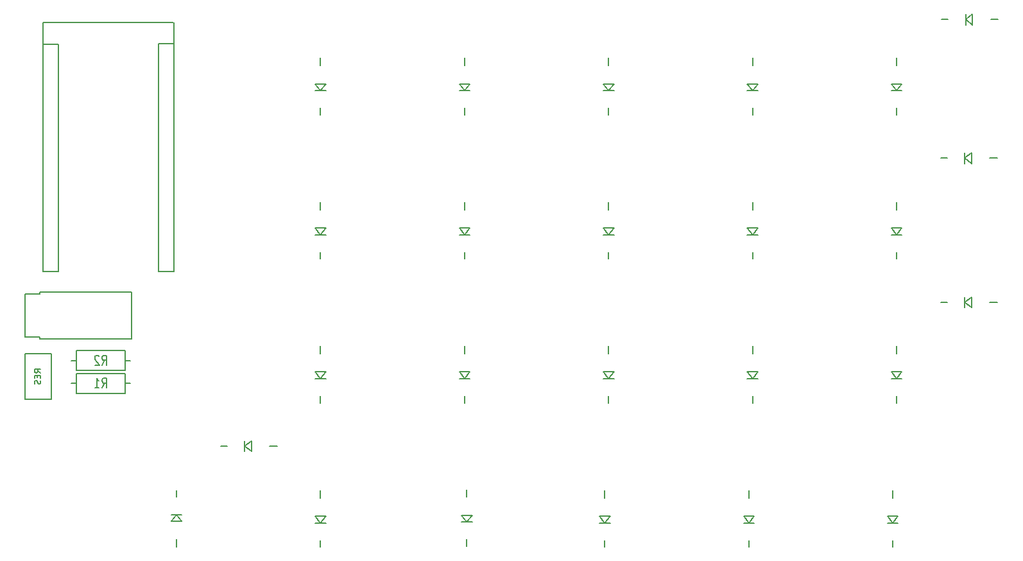
<source format=gbo>
G04 #@! TF.FileFunction,Legend,Bot*
%FSLAX46Y46*%
G04 Gerber Fmt 4.6, Leading zero omitted, Abs format (unit mm)*
G04 Created by KiCad (PCBNEW 4.0.7) date *
%MOMM*%
%LPD*%
G01*
G04 APERTURE LIST*
%ADD10C,0.100000*%
%ADD11C,0.150000*%
G04 APERTURE END LIST*
D10*
D11*
X114100000Y-98300000D02*
X114100000Y-92200000D01*
X114100000Y-92200000D02*
X102000000Y-92200000D01*
X102000000Y-92200000D02*
X102000000Y-92450000D01*
X102000000Y-92450000D02*
X100000000Y-92450000D01*
X100000000Y-92500000D02*
X100000000Y-98050000D01*
X114100000Y-98300000D02*
X102000000Y-98300000D01*
X102000000Y-98300000D02*
X102000000Y-98050000D01*
X102000000Y-98050000D02*
X100000000Y-98050000D01*
X102400000Y-59500000D02*
X102400000Y-56600000D01*
X119600000Y-56600000D02*
X102400000Y-56600000D01*
X119620000Y-59370000D02*
X119620000Y-56620000D01*
X104380000Y-59490000D02*
X102380000Y-59490000D01*
X104380000Y-59490000D02*
X104380000Y-89490000D01*
X104380000Y-89490000D02*
X102380000Y-89490000D01*
X102380000Y-89490000D02*
X102380000Y-59490000D01*
X117620000Y-89430000D02*
X117620000Y-59430000D01*
X119620000Y-89430000D02*
X117620000Y-89430000D01*
X119620000Y-59430000D02*
X119620000Y-89430000D01*
X119620000Y-59430000D02*
X117620000Y-59430000D01*
X103500000Y-100300000D02*
X103500000Y-106200000D01*
X103500000Y-100300000D02*
X103500000Y-106300000D01*
X103500000Y-106300000D02*
X100000000Y-106300000D01*
X100000000Y-106300000D02*
X100000000Y-100300000D01*
X100000000Y-100300000D02*
X103500000Y-100300000D01*
X113900000Y-104200000D02*
X113200000Y-104200000D01*
X106800000Y-102900000D02*
X113200000Y-102900000D01*
X106800000Y-105500000D02*
X106800000Y-102900000D01*
X113200000Y-105500000D02*
X106800000Y-105500000D01*
X113200000Y-102900000D02*
X113200000Y-105500000D01*
X106800000Y-104200000D02*
X106100000Y-104200000D01*
X113900000Y-101200000D02*
X113200000Y-101200000D01*
X106800000Y-99900000D02*
X113200000Y-99900000D01*
X106800000Y-102500000D02*
X106800000Y-99900000D01*
X113200000Y-102500000D02*
X106800000Y-102500000D01*
X113200000Y-99900000D02*
X113200000Y-102500000D01*
X106800000Y-101200000D02*
X106100000Y-101200000D01*
X214300000Y-84600000D02*
X215700000Y-84600000D01*
X215700000Y-83700000D02*
X215000000Y-84600000D01*
X214300000Y-83700000D02*
X215700000Y-83700000D01*
X215000000Y-84600000D02*
X214300000Y-83700000D01*
X215000000Y-86900000D02*
X215000000Y-87800000D01*
X215000000Y-81300000D02*
X215000000Y-80300000D01*
X213800000Y-122600000D02*
X215200000Y-122600000D01*
X215200000Y-121700000D02*
X214500000Y-122600000D01*
X213800000Y-121700000D02*
X215200000Y-121700000D01*
X214500000Y-122600000D02*
X213800000Y-121700000D01*
X214500000Y-124900000D02*
X214500000Y-125800000D01*
X214500000Y-119300000D02*
X214500000Y-118300000D01*
X224000000Y-92800000D02*
X224000000Y-94200000D01*
X224900000Y-94200000D02*
X224000000Y-93500000D01*
X224900000Y-92800000D02*
X224900000Y-94200000D01*
X224000000Y-93500000D02*
X224900000Y-92800000D01*
X221700000Y-93500000D02*
X220800000Y-93500000D01*
X227300000Y-93500000D02*
X228300000Y-93500000D01*
X224000000Y-73800000D02*
X224000000Y-75200000D01*
X224900000Y-75200000D02*
X224000000Y-74500000D01*
X224900000Y-73800000D02*
X224900000Y-75200000D01*
X224000000Y-74500000D02*
X224900000Y-73800000D01*
X221700000Y-74500000D02*
X220800000Y-74500000D01*
X227300000Y-74500000D02*
X228300000Y-74500000D01*
X224100000Y-55500000D02*
X224100000Y-56900000D01*
X225000000Y-56900000D02*
X224100000Y-56200000D01*
X225000000Y-55500000D02*
X225000000Y-56900000D01*
X224100000Y-56200000D02*
X225000000Y-55500000D01*
X221800000Y-56200000D02*
X220900000Y-56200000D01*
X227400000Y-56200000D02*
X228400000Y-56200000D01*
X194800000Y-122600000D02*
X196200000Y-122600000D01*
X196200000Y-121700000D02*
X195500000Y-122600000D01*
X194800000Y-121700000D02*
X196200000Y-121700000D01*
X195500000Y-122600000D02*
X194800000Y-121700000D01*
X195500000Y-124900000D02*
X195500000Y-125800000D01*
X195500000Y-119300000D02*
X195500000Y-118300000D01*
X214300000Y-103600000D02*
X215700000Y-103600000D01*
X215700000Y-102700000D02*
X215000000Y-103600000D01*
X214300000Y-102700000D02*
X215700000Y-102700000D01*
X215000000Y-103600000D02*
X214300000Y-102700000D01*
X215000000Y-105900000D02*
X215000000Y-106800000D01*
X215000000Y-100300000D02*
X215000000Y-99300000D01*
X175800000Y-122600000D02*
X177200000Y-122600000D01*
X177200000Y-121700000D02*
X176500000Y-122600000D01*
X175800000Y-121700000D02*
X177200000Y-121700000D01*
X176500000Y-122600000D02*
X175800000Y-121700000D01*
X176500000Y-124900000D02*
X176500000Y-125800000D01*
X176500000Y-119300000D02*
X176500000Y-118300000D01*
X195300000Y-103600000D02*
X196700000Y-103600000D01*
X196700000Y-102700000D02*
X196000000Y-103600000D01*
X195300000Y-102700000D02*
X196700000Y-102700000D01*
X196000000Y-103600000D02*
X195300000Y-102700000D01*
X196000000Y-105900000D02*
X196000000Y-106800000D01*
X196000000Y-100300000D02*
X196000000Y-99300000D01*
X195300000Y-84600000D02*
X196700000Y-84600000D01*
X196700000Y-83700000D02*
X196000000Y-84600000D01*
X195300000Y-83700000D02*
X196700000Y-83700000D01*
X196000000Y-84600000D02*
X195300000Y-83700000D01*
X196000000Y-86900000D02*
X196000000Y-87800000D01*
X196000000Y-81300000D02*
X196000000Y-80300000D01*
X195300000Y-65600000D02*
X196700000Y-65600000D01*
X196700000Y-64700000D02*
X196000000Y-65600000D01*
X195300000Y-64700000D02*
X196700000Y-64700000D01*
X196000000Y-65600000D02*
X195300000Y-64700000D01*
X196000000Y-67900000D02*
X196000000Y-68800000D01*
X196000000Y-62300000D02*
X196000000Y-61300000D01*
X157600000Y-122500000D02*
X159000000Y-122500000D01*
X159000000Y-121600000D02*
X158300000Y-122500000D01*
X157600000Y-121600000D02*
X159000000Y-121600000D01*
X158300000Y-122500000D02*
X157600000Y-121600000D01*
X158300000Y-124800000D02*
X158300000Y-125700000D01*
X158300000Y-119200000D02*
X158300000Y-118200000D01*
X176300000Y-103600000D02*
X177700000Y-103600000D01*
X177700000Y-102700000D02*
X177000000Y-103600000D01*
X176300000Y-102700000D02*
X177700000Y-102700000D01*
X177000000Y-103600000D02*
X176300000Y-102700000D01*
X177000000Y-105900000D02*
X177000000Y-106800000D01*
X177000000Y-100300000D02*
X177000000Y-99300000D01*
X176300000Y-84600000D02*
X177700000Y-84600000D01*
X177700000Y-83700000D02*
X177000000Y-84600000D01*
X176300000Y-83700000D02*
X177700000Y-83700000D01*
X177000000Y-84600000D02*
X176300000Y-83700000D01*
X177000000Y-86900000D02*
X177000000Y-87800000D01*
X177000000Y-81300000D02*
X177000000Y-80300000D01*
X176300000Y-65600000D02*
X177700000Y-65600000D01*
X177700000Y-64700000D02*
X177000000Y-65600000D01*
X176300000Y-64700000D02*
X177700000Y-64700000D01*
X177000000Y-65600000D02*
X176300000Y-64700000D01*
X177000000Y-67900000D02*
X177000000Y-68800000D01*
X177000000Y-62300000D02*
X177000000Y-61300000D01*
X138300000Y-122600000D02*
X139700000Y-122600000D01*
X139700000Y-121700000D02*
X139000000Y-122600000D01*
X138300000Y-121700000D02*
X139700000Y-121700000D01*
X139000000Y-122600000D02*
X138300000Y-121700000D01*
X139000000Y-124900000D02*
X139000000Y-125800000D01*
X139000000Y-119300000D02*
X139000000Y-118300000D01*
X157300000Y-103600000D02*
X158700000Y-103600000D01*
X158700000Y-102700000D02*
X158000000Y-103600000D01*
X157300000Y-102700000D02*
X158700000Y-102700000D01*
X158000000Y-103600000D02*
X157300000Y-102700000D01*
X158000000Y-105900000D02*
X158000000Y-106800000D01*
X158000000Y-100300000D02*
X158000000Y-99300000D01*
X157300000Y-84600000D02*
X158700000Y-84600000D01*
X158700000Y-83700000D02*
X158000000Y-84600000D01*
X157300000Y-83700000D02*
X158700000Y-83700000D01*
X158000000Y-84600000D02*
X157300000Y-83700000D01*
X158000000Y-86900000D02*
X158000000Y-87800000D01*
X158000000Y-81300000D02*
X158000000Y-80300000D01*
X157300000Y-65600000D02*
X158700000Y-65600000D01*
X158700000Y-64700000D02*
X158000000Y-65600000D01*
X157300000Y-64700000D02*
X158700000Y-64700000D01*
X158000000Y-65600000D02*
X157300000Y-64700000D01*
X158000000Y-67900000D02*
X158000000Y-68800000D01*
X158000000Y-62300000D02*
X158000000Y-61300000D01*
X129000000Y-111800000D02*
X129000000Y-113200000D01*
X129900000Y-113200000D02*
X129000000Y-112500000D01*
X129900000Y-111800000D02*
X129900000Y-113200000D01*
X129000000Y-112500000D02*
X129900000Y-111800000D01*
X126700000Y-112500000D02*
X125800000Y-112500000D01*
X132300000Y-112500000D02*
X133300000Y-112500000D01*
X138300000Y-103600000D02*
X139700000Y-103600000D01*
X139700000Y-102700000D02*
X139000000Y-103600000D01*
X138300000Y-102700000D02*
X139700000Y-102700000D01*
X139000000Y-103600000D02*
X138300000Y-102700000D01*
X139000000Y-105900000D02*
X139000000Y-106800000D01*
X139000000Y-100300000D02*
X139000000Y-99300000D01*
X138300000Y-84600000D02*
X139700000Y-84600000D01*
X139700000Y-83700000D02*
X139000000Y-84600000D01*
X138300000Y-83700000D02*
X139700000Y-83700000D01*
X139000000Y-84600000D02*
X138300000Y-83700000D01*
X139000000Y-86900000D02*
X139000000Y-87800000D01*
X139000000Y-81300000D02*
X139000000Y-80300000D01*
X120700000Y-121500000D02*
X119300000Y-121500000D01*
X119300000Y-122400000D02*
X120000000Y-121500000D01*
X120700000Y-122400000D02*
X119300000Y-122400000D01*
X120000000Y-121500000D02*
X120700000Y-122400000D01*
X120000000Y-119200000D02*
X120000000Y-118300000D01*
X120000000Y-124800000D02*
X120000000Y-125800000D01*
X138300000Y-65600000D02*
X139700000Y-65600000D01*
X139700000Y-64700000D02*
X139000000Y-65600000D01*
X138300000Y-64700000D02*
X139700000Y-64700000D01*
X139000000Y-65600000D02*
X138300000Y-64700000D01*
X139000000Y-67900000D02*
X139000000Y-68800000D01*
X139000000Y-62300000D02*
X139000000Y-61300000D01*
X214300000Y-65600000D02*
X215700000Y-65600000D01*
X215700000Y-64700000D02*
X215000000Y-65600000D01*
X214300000Y-64700000D02*
X215700000Y-64700000D01*
X215000000Y-65600000D02*
X214300000Y-64700000D01*
X215000000Y-67900000D02*
X215000000Y-68800000D01*
X215000000Y-62300000D02*
X215000000Y-61300000D01*
X102061905Y-102804762D02*
X101680952Y-102538095D01*
X102061905Y-102347619D02*
X101261905Y-102347619D01*
X101261905Y-102652381D01*
X101300000Y-102728572D01*
X101338095Y-102766667D01*
X101414286Y-102804762D01*
X101528571Y-102804762D01*
X101604762Y-102766667D01*
X101642857Y-102728572D01*
X101680952Y-102652381D01*
X101680952Y-102347619D01*
X101642857Y-103147619D02*
X101642857Y-103414286D01*
X102061905Y-103528572D02*
X102061905Y-103147619D01*
X101261905Y-103147619D01*
X101261905Y-103528572D01*
X102023810Y-103833334D02*
X102061905Y-103947620D01*
X102061905Y-104138096D01*
X102023810Y-104214286D01*
X101985714Y-104252382D01*
X101909524Y-104290477D01*
X101833333Y-104290477D01*
X101757143Y-104252382D01*
X101719048Y-104214286D01*
X101680952Y-104138096D01*
X101642857Y-103985715D01*
X101604762Y-103909524D01*
X101566667Y-103871429D01*
X101490476Y-103833334D01*
X101414286Y-103833334D01*
X101338095Y-103871429D01*
X101300000Y-103909524D01*
X101261905Y-103985715D01*
X101261905Y-104176191D01*
X101300000Y-104290477D01*
X110169333Y-104774524D02*
X110507999Y-104169762D01*
X110749904Y-104774524D02*
X110749904Y-103504524D01*
X110362857Y-103504524D01*
X110266095Y-103565000D01*
X110217714Y-103625476D01*
X110169333Y-103746429D01*
X110169333Y-103927857D01*
X110217714Y-104048810D01*
X110266095Y-104109286D01*
X110362857Y-104169762D01*
X110749904Y-104169762D01*
X109201714Y-104774524D02*
X109782285Y-104774524D01*
X109491999Y-104774524D02*
X109491999Y-103504524D01*
X109588761Y-103685952D01*
X109685523Y-103806905D01*
X109782285Y-103867381D01*
X110169333Y-101774524D02*
X110507999Y-101169762D01*
X110749904Y-101774524D02*
X110749904Y-100504524D01*
X110362857Y-100504524D01*
X110266095Y-100565000D01*
X110217714Y-100625476D01*
X110169333Y-100746429D01*
X110169333Y-100927857D01*
X110217714Y-101048810D01*
X110266095Y-101109286D01*
X110362857Y-101169762D01*
X110749904Y-101169762D01*
X109782285Y-100625476D02*
X109733904Y-100565000D01*
X109637142Y-100504524D01*
X109395238Y-100504524D01*
X109298476Y-100565000D01*
X109250095Y-100625476D01*
X109201714Y-100746429D01*
X109201714Y-100867381D01*
X109250095Y-101048810D01*
X109830666Y-101774524D01*
X109201714Y-101774524D01*
M02*

</source>
